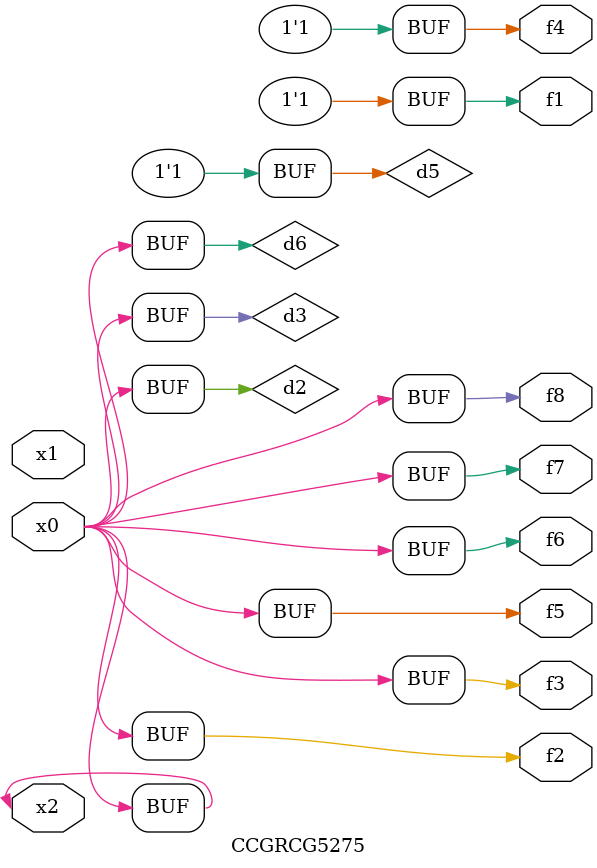
<source format=v>
module CCGRCG5275(
	input x0, x1, x2,
	output f1, f2, f3, f4, f5, f6, f7, f8
);

	wire d1, d2, d3, d4, d5, d6;

	xnor (d1, x2);
	buf (d2, x0, x2);
	and (d3, x0);
	xnor (d4, x1, x2);
	nand (d5, d1, d3);
	buf (d6, d2, d3);
	assign f1 = d5;
	assign f2 = d6;
	assign f3 = d6;
	assign f4 = d5;
	assign f5 = d6;
	assign f6 = d6;
	assign f7 = d6;
	assign f8 = d6;
endmodule

</source>
